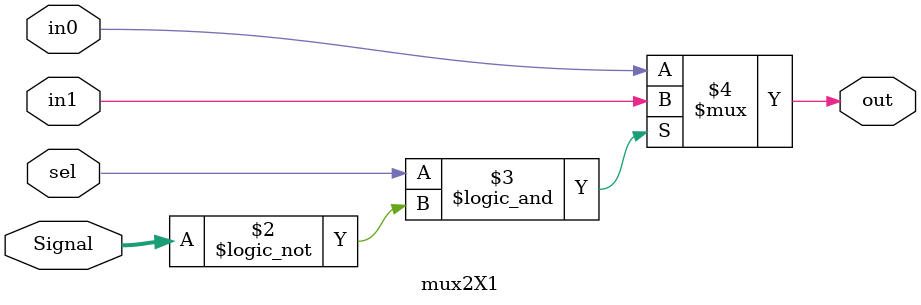
<source format=v>
module mux2X1( in0,in1,sel,out,Signal);
input in0,in1;
input sel;
output out;
input [5:0]Signal;

assign out = (sel == 1'b1 && Signal == 6'b000000 )?in1:
	         in0;

endmodule
</source>
